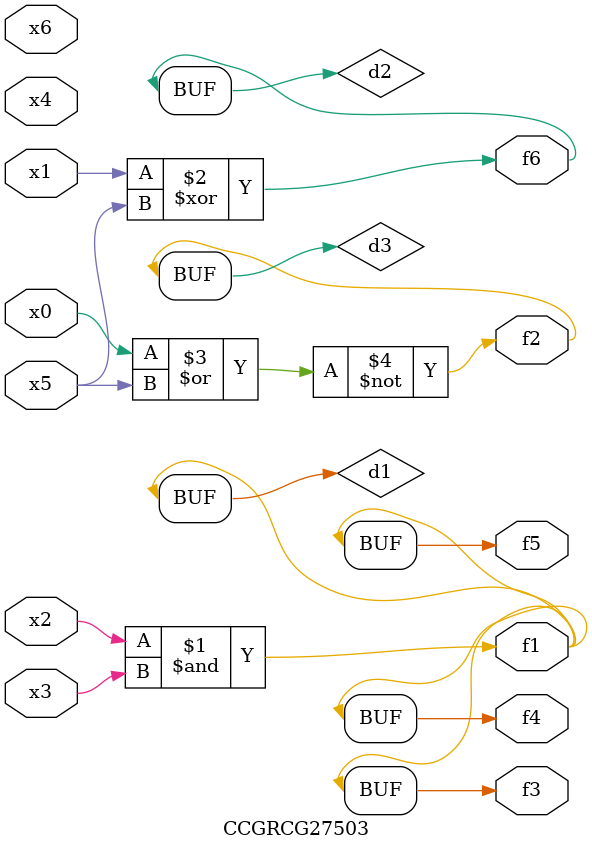
<source format=v>
module CCGRCG27503(
	input x0, x1, x2, x3, x4, x5, x6,
	output f1, f2, f3, f4, f5, f6
);

	wire d1, d2, d3;

	and (d1, x2, x3);
	xor (d2, x1, x5);
	nor (d3, x0, x5);
	assign f1 = d1;
	assign f2 = d3;
	assign f3 = d1;
	assign f4 = d1;
	assign f5 = d1;
	assign f6 = d2;
endmodule

</source>
